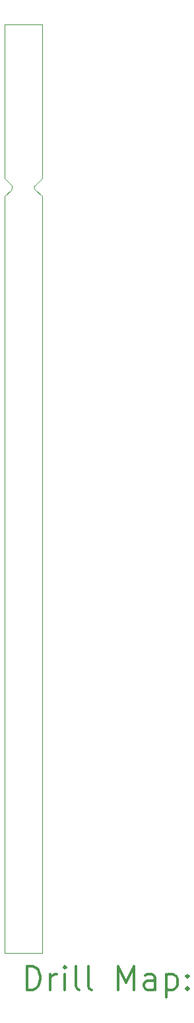
<source format=gbr>
%FSLAX45Y45*%
G04 Gerber Fmt 4.5, Leading zero omitted, Abs format (unit mm)*
G04 Created by KiCad (PCBNEW (5.1.9)-1) date 2021-12-09 10:38:02*
%MOMM*%
%LPD*%
G01*
G04 APERTURE LIST*
%TA.AperFunction,Profile*%
%ADD10C,0.050000*%
%TD*%
%ADD11C,0.200000*%
%ADD12C,0.300000*%
G04 APERTURE END LIST*
D10*
X8888730Y-6485890D02*
X8799830Y-6396990D01*
X8888730Y-6485890D02*
G75*
G02*
X8888730Y-6536690I-25400J-25400D01*
G01*
X8888730Y-6536690D02*
X8799830Y-6625590D01*
X8799830Y-4422140D02*
X8799830Y-6396990D01*
X8799830Y-6625590D02*
X8799830Y-16328390D01*
X9276080Y-4422140D02*
X9276080Y-6396990D01*
X9187180Y-6536690D02*
X9276080Y-6625590D01*
X9187180Y-6536690D02*
G75*
G02*
X9187180Y-6485890I25400J25400D01*
G01*
X9187180Y-6485890D02*
X9276080Y-6396990D01*
X9276080Y-6625590D02*
X9276080Y-16328390D01*
X9276080Y-16328390D02*
X8799830Y-16328390D01*
X9276080Y-4422140D02*
X8799830Y-4422140D01*
D11*
D12*
X9083758Y-16796604D02*
X9083758Y-16496604D01*
X9155187Y-16496604D01*
X9198044Y-16510890D01*
X9226616Y-16539461D01*
X9240901Y-16568033D01*
X9255187Y-16625176D01*
X9255187Y-16668033D01*
X9240901Y-16725176D01*
X9226616Y-16753747D01*
X9198044Y-16782319D01*
X9155187Y-16796604D01*
X9083758Y-16796604D01*
X9383758Y-16796604D02*
X9383758Y-16596604D01*
X9383758Y-16653747D02*
X9398044Y-16625176D01*
X9412330Y-16610890D01*
X9440901Y-16596604D01*
X9469473Y-16596604D01*
X9569473Y-16796604D02*
X9569473Y-16596604D01*
X9569473Y-16496604D02*
X9555187Y-16510890D01*
X9569473Y-16525176D01*
X9583758Y-16510890D01*
X9569473Y-16496604D01*
X9569473Y-16525176D01*
X9755187Y-16796604D02*
X9726616Y-16782319D01*
X9712330Y-16753747D01*
X9712330Y-16496604D01*
X9912330Y-16796604D02*
X9883758Y-16782319D01*
X9869473Y-16753747D01*
X9869473Y-16496604D01*
X10255187Y-16796604D02*
X10255187Y-16496604D01*
X10355187Y-16710890D01*
X10455187Y-16496604D01*
X10455187Y-16796604D01*
X10726616Y-16796604D02*
X10726616Y-16639461D01*
X10712330Y-16610890D01*
X10683758Y-16596604D01*
X10626616Y-16596604D01*
X10598044Y-16610890D01*
X10726616Y-16782319D02*
X10698044Y-16796604D01*
X10626616Y-16796604D01*
X10598044Y-16782319D01*
X10583758Y-16753747D01*
X10583758Y-16725176D01*
X10598044Y-16696604D01*
X10626616Y-16682319D01*
X10698044Y-16682319D01*
X10726616Y-16668033D01*
X10869473Y-16596604D02*
X10869473Y-16896604D01*
X10869473Y-16610890D02*
X10898044Y-16596604D01*
X10955187Y-16596604D01*
X10983758Y-16610890D01*
X10998044Y-16625176D01*
X11012330Y-16653747D01*
X11012330Y-16739461D01*
X10998044Y-16768033D01*
X10983758Y-16782319D01*
X10955187Y-16796604D01*
X10898044Y-16796604D01*
X10869473Y-16782319D01*
X11140901Y-16768033D02*
X11155187Y-16782319D01*
X11140901Y-16796604D01*
X11126616Y-16782319D01*
X11140901Y-16768033D01*
X11140901Y-16796604D01*
X11140901Y-16610890D02*
X11155187Y-16625176D01*
X11140901Y-16639461D01*
X11126616Y-16625176D01*
X11140901Y-16610890D01*
X11140901Y-16639461D01*
M02*

</source>
